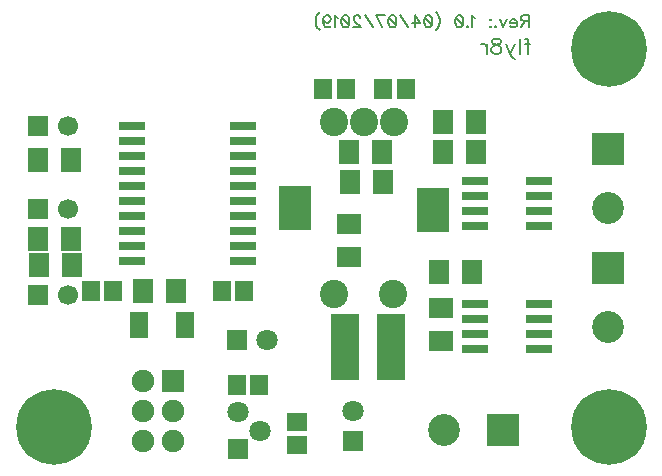
<source format=gbr>
G04 DipTrace 3.3.1.3*
G04 bottom_mask.gbr*
%MOIN*%
G04 #@! TF.FileFunction,Soldermask,Bot*
G04 #@! TF.Part,Single*
%ADD34R,0.066929X0.066929*%
%ADD47R,0.07874X0.070866*%
%ADD49R,0.070866X0.07874*%
%ADD51R,0.086614X0.031496*%
%ADD53C,0.251969*%
%ADD55R,0.09252X0.224409*%
%ADD57C,0.074803*%
%ADD58R,0.074803X0.074803*%
%ADD59C,0.106299*%
%ADD61R,0.106299X0.106299*%
%ADD64C,0.066929*%
%ADD66R,0.062992X0.090551*%
%ADD68R,0.066929X0.059055*%
%ADD70C,0.070866*%
%ADD72R,0.070866X0.070866*%
%ADD74R,0.059055X0.066929*%
%ADD76R,0.106299X0.145669*%
%ADD78C,0.094488*%
%ADD81C,0.006176*%
%ADD82C,0.00772*%
%FSLAX26Y26*%
G04*
G70*
G90*
G75*
G01*
G04 BotMask*
%LPD*%
D78*
X1487106Y1566043D3*
X1685925D3*
X1585531D3*
X1487106Y995177D3*
X1683957D3*
D76*
X1355118Y1279331D3*
X1817570Y1275394D3*
D74*
X749606Y1003543D3*
X674803D3*
X1449606Y1678543D3*
X1524409D3*
X1724508Y1678642D3*
X1649705D3*
D72*
X1549606Y503550D3*
D70*
Y603550D3*
D68*
X1362106Y566043D3*
Y491240D3*
D74*
X1237008Y691142D3*
X1162205D3*
D72*
X1162106Y841043D3*
D70*
X1262106D3*
D74*
X1112106Y1003543D3*
X1186909D3*
D66*
X988875Y889274D3*
X835337D3*
D64*
X599606Y1553543D3*
D34*
X499606D3*
D64*
X599606Y1278543D3*
D34*
X499606D3*
D64*
X599606Y991043D3*
D34*
X499606D3*
D61*
X2049606Y541043D3*
D59*
X1852756D3*
D58*
X949606Y703543D3*
D57*
X849606Y603543D3*
Y503543D3*
Y703543D3*
X949606Y603543D3*
Y503543D3*
D61*
X2399606Y1478543D3*
D59*
Y1281693D3*
D61*
Y1081693D3*
D59*
Y884843D3*
D55*
X1674606Y816043D3*
X1523031D3*
D53*
X2401575Y1811024D3*
X551181Y551181D3*
X2401575D3*
D51*
X1955807Y1222244D3*
Y1272244D3*
Y1322244D3*
Y1372244D3*
X2168406D3*
Y1322244D3*
Y1272244D3*
Y1222244D3*
X1955807Y809744D3*
Y859744D3*
Y909744D3*
Y959744D3*
X2168406D3*
Y909744D3*
Y859744D3*
Y809744D3*
D49*
X849606Y1003543D3*
X959843D3*
X1537106Y1466043D3*
X1647343D3*
X1649606Y1366043D3*
X1539370D3*
D47*
X1537106Y1116043D3*
Y1226280D3*
D49*
X1849606Y1566043D3*
X1959843D3*
X1837106Y1066043D3*
X1947343D3*
X609843Y1441043D3*
X499606D3*
X1849606Y1466043D3*
X1959843D3*
D47*
X1842224Y835925D3*
Y946161D3*
D49*
X499606Y1178543D3*
X609843D3*
X501870Y1091043D3*
X612106D3*
D51*
X812106Y1103543D3*
Y1153543D3*
Y1203543D3*
Y1253543D3*
Y1303543D3*
Y1353543D3*
Y1403543D3*
Y1453543D3*
Y1503543D3*
Y1553543D3*
X1182185D3*
Y1503543D3*
Y1453543D3*
Y1403543D3*
Y1353543D3*
Y1303543D3*
Y1253543D3*
Y1203543D3*
Y1153543D3*
Y1103543D3*
D72*
X1164749Y475906D3*
D70*
X1239730Y538402D3*
X1164749Y600906D3*
X2135791Y1904141D2*
D81*
X2118591D1*
X2112843Y1906086D1*
X2110898Y1907987D1*
X2108997Y1911790D1*
Y1915637D1*
X2110898Y1919439D1*
X2112843Y1921385D1*
X2118591Y1923286D1*
X2135791D1*
Y1883094D1*
X2122394Y1904141D2*
X2108997Y1883094D1*
X2096645Y1898393D2*
X2073697D1*
Y1902239D1*
X2075599Y1906086D1*
X2077500Y1907987D1*
X2081347Y1909889D1*
X2087095D1*
X2090897Y1907987D1*
X2094744Y1904141D1*
X2096645Y1898393D1*
Y1894590D1*
X2094744Y1888842D1*
X2090897Y1885040D1*
X2087095Y1883094D1*
X2081347D1*
X2077500Y1885040D1*
X2073697Y1888842D1*
X2061346Y1909889D2*
X2049850Y1883094D1*
X2038398Y1909889D1*
X2024145Y1886941D2*
X2026047Y1884995D1*
X2024145Y1883094D1*
X2022200Y1884995D1*
X2024145Y1886941D1*
X2007903Y1909889D2*
X2009848Y1907943D1*
X2007903Y1906042D1*
X2006002Y1907943D1*
X2007903Y1909889D1*
Y1886941D2*
X2009848Y1884995D1*
X2007903Y1883094D1*
X2006002Y1884995D1*
X2007903Y1886941D1*
X1954770Y1915593D2*
X1950923Y1917538D1*
X1945175Y1923242D1*
Y1883094D1*
X1930922Y1886941D2*
X1932823Y1884995D1*
X1930922Y1883094D1*
X1928977Y1884995D1*
X1930922Y1886941D1*
X1905129Y1923242D2*
X1910877Y1921341D1*
X1914724Y1915593D1*
X1916625Y1906042D1*
Y1900294D1*
X1914724Y1890743D1*
X1910877Y1884995D1*
X1905129Y1883094D1*
X1901327D1*
X1895579Y1884995D1*
X1891776Y1890743D1*
X1889831Y1900294D1*
Y1906042D1*
X1891776Y1915593D1*
X1895579Y1921341D1*
X1901327Y1923242D1*
X1905129D1*
X1891776Y1915593D2*
X1914724Y1890743D1*
X1825201Y1933765D2*
X1829048Y1929963D1*
X1832850Y1924215D1*
X1836697Y1916565D1*
X1838598Y1906970D1*
Y1899321D1*
X1836697Y1889771D1*
X1832850Y1882121D1*
X1829048Y1876373D1*
X1825201Y1872571D1*
X1801354Y1923242D2*
X1807102Y1921341D1*
X1810948Y1915593D1*
X1812850Y1906042D1*
Y1900294D1*
X1810948Y1890743D1*
X1807102Y1884995D1*
X1801354Y1883094D1*
X1797551D1*
X1791803Y1884995D1*
X1788000Y1890743D1*
X1786055Y1900294D1*
Y1906042D1*
X1788000Y1915593D1*
X1791803Y1921341D1*
X1797551Y1923242D1*
X1801354D1*
X1788000Y1915593D2*
X1810948Y1890743D1*
X1754558Y1883094D2*
Y1923242D1*
X1773704Y1896491D1*
X1745008D1*
X1732656Y1883094D2*
X1705862Y1923242D1*
X1682014D2*
X1687762Y1921341D1*
X1691609Y1915593D1*
X1693510Y1906042D1*
Y1900294D1*
X1691609Y1890743D1*
X1687762Y1884995D1*
X1682014Y1883094D1*
X1678212D1*
X1672464Y1884995D1*
X1668661Y1890743D1*
X1666716Y1900294D1*
Y1906042D1*
X1668661Y1915593D1*
X1672464Y1921341D1*
X1678212Y1923242D1*
X1682014D1*
X1668661Y1915593D2*
X1691609Y1890743D1*
X1646715Y1883094D2*
X1627569Y1923242D1*
X1654364D1*
X1615218Y1883094D2*
X1588423Y1923242D1*
X1574126Y1913691D2*
Y1915593D1*
X1572225Y1919439D1*
X1570324Y1921341D1*
X1566477Y1923242D1*
X1558828D1*
X1555025Y1921341D1*
X1553124Y1919439D1*
X1551179Y1915593D1*
Y1911790D1*
X1553124Y1907943D1*
X1556927Y1902239D1*
X1576072Y1883094D1*
X1549277D1*
X1525430Y1923242D2*
X1531178Y1921341D1*
X1535025Y1915593D1*
X1536926Y1906042D1*
Y1900294D1*
X1535025Y1890743D1*
X1531178Y1884995D1*
X1525430Y1883094D1*
X1521627D1*
X1515879Y1884995D1*
X1512077Y1890743D1*
X1510131Y1900294D1*
Y1906042D1*
X1512077Y1915593D1*
X1515879Y1921341D1*
X1521627Y1923242D1*
X1525430D1*
X1512077Y1915593D2*
X1535025Y1890743D1*
X1497780Y1915593D2*
X1493933Y1917538D1*
X1488185Y1923242D1*
Y1883094D1*
X1450940Y1909889D2*
X1452886Y1904141D1*
X1456688Y1900294D1*
X1462436Y1898393D1*
X1464338D1*
X1470086Y1900294D1*
X1473888Y1904141D1*
X1475834Y1909889D1*
Y1911790D1*
X1473888Y1917538D1*
X1470086Y1921341D1*
X1464338Y1923242D1*
X1462436D1*
X1456688Y1921341D1*
X1452886Y1917538D1*
X1450940Y1909889D1*
Y1900294D1*
X1452886Y1890743D1*
X1456688Y1884995D1*
X1462436Y1883094D1*
X1466239D1*
X1471987Y1884995D1*
X1473888Y1888842D1*
X1438589Y1933765D2*
X1434742Y1929963D1*
X1430940Y1924215D1*
X1427093Y1916565D1*
X1425192Y1906970D1*
Y1899321D1*
X1427093Y1889771D1*
X1430940Y1882121D1*
X1434742Y1876373D1*
X1438589Y1872571D1*
X2121454Y1844894D2*
D82*
X2126207D1*
X2131015Y1842518D1*
X2133392Y1835333D1*
Y1794654D1*
X2140577Y1828148D2*
X2123830D1*
X2106015Y1844894D2*
Y1794654D1*
X2088143Y1828148D2*
X2073829Y1794654D1*
X2078582Y1785093D1*
X2083390Y1780284D1*
X2088143Y1777908D1*
X2090575D1*
X2059459Y1828148D2*
X2073829Y1794654D1*
X2032081Y1844839D2*
X2039211Y1842462D1*
X2041643Y1837709D1*
Y1832901D1*
X2039211Y1828148D1*
X2034458Y1825716D1*
X2024896Y1823339D1*
X2017711Y1820963D1*
X2012958Y1816154D1*
X2010581Y1811401D1*
Y1804216D1*
X2012958Y1799463D1*
X2015334Y1797031D1*
X2022519Y1794654D1*
X2032081D1*
X2039211Y1797031D1*
X2041643Y1799463D1*
X2044019Y1804216D1*
Y1811401D1*
X2041643Y1816154D1*
X2036834Y1820963D1*
X2029705Y1823339D1*
X2020143Y1825716D1*
X2015334Y1828148D1*
X2012958Y1832901D1*
Y1837709D1*
X2015334Y1842462D1*
X2022519Y1844839D1*
X2032081D1*
X1995142Y1828148D2*
Y1794654D1*
Y1813778D2*
X1992710Y1820963D1*
X1987957Y1825771D1*
X1983149Y1828148D1*
X1975963D1*
M02*

</source>
